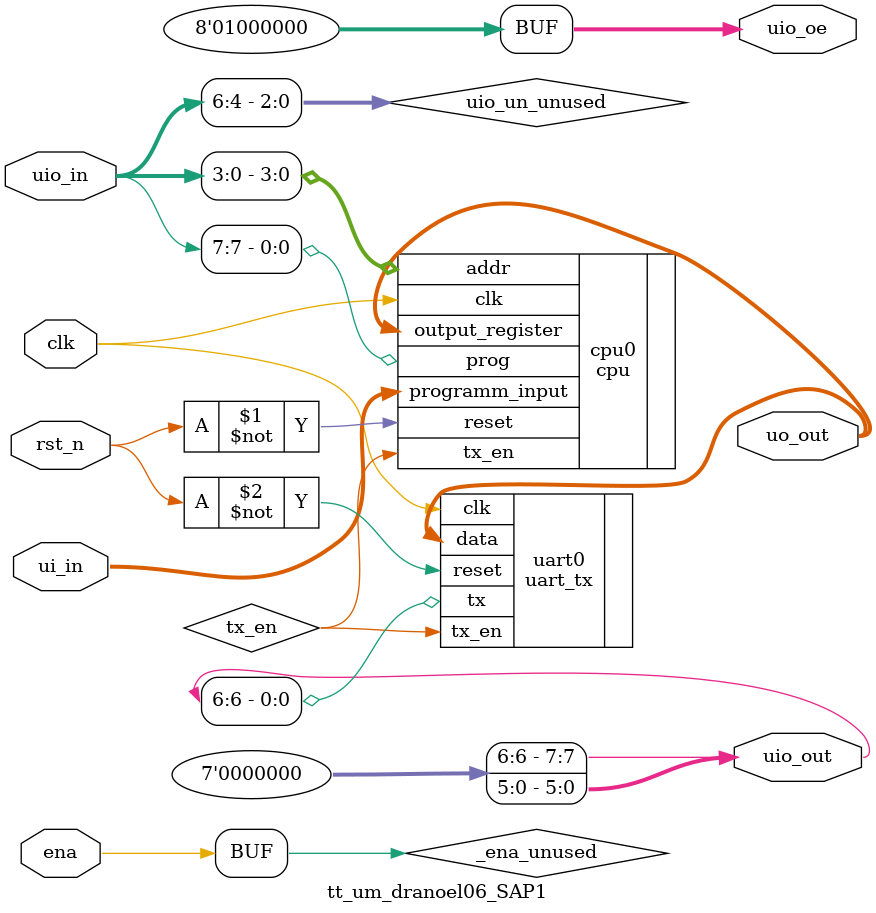
<source format=v>
module tt_um_dranoel06_SAP1 (
    input  wire [7:0] ui_in,    // Dedicated inputs
    output wire [7:0] uo_out,   // Dedicated outputs
    input  wire [7:0] uio_in,   // IOs: Input path
    output wire [7:0] uio_out,  // IOs: Output path
    output wire [7:0] uio_oe,   // IOs: Enable path (active high: 0=input, 1=output)
    input  wire       ena,      // will go high when the design is enabled
    input  wire       clk,      // clock
    input  wire       rst_n     // reset_n - low to reset
);



assign uio_oe = 8'b01000000; 
assign uio_out[7:7] = 1'b0;     
assign uio_out[5:0] = 6'b0;

wire _ena_unused = ena;
wire [2:0] uio_un_unused = uio_in[6:4]; 
wire tx_en;

cpu cpu0(
    .clk(clk),
    .reset(~rst_n),
    .programm_input(ui_in),
    .output_register(uo_out),
    .prog(uio_in[7]),
    .addr(uio_in[3:0]),
    .tx_en(tx_en)

);

uart_tx uart0(
    .clk(clk),
    .reset(~rst_n),
    .tx_en(tx_en),
    .data(uo_out),
    .tx(uio_out[6])
);


endmodule
</source>
